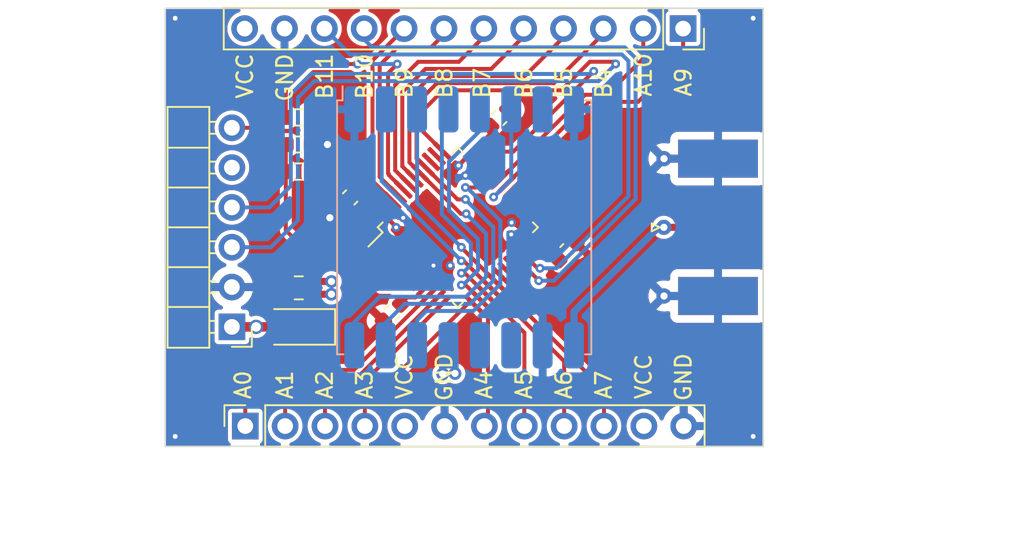
<source format=kicad_pcb>
(kicad_pcb (version 20221018) (generator pcbnew)
  (layers (0 "F.Cu" signal) (1 "In1.Cu" signal) (2 "In2.Cu" signal) (31 "B.Cu" signal) (34 "B.Paste" user) (35 "F.Paste" user) (36 "B.SilkS" user "B.Silkscreen") (37 "F.SilkS" user "F.Silkscreen") (38 "B.Mask" user) (39 "F.Mask" user) (44 "Edge.Cuts" user))
  (net 0 "")
  (net 1 "Net-(J3-In)")
  (net 2 "Net-(U1-BOOT0)")
  (net 7 "/NRST")
  (net 8 "/PA0")
  (net 9 "/PA1")
  (net 10 "/PA2")
  (net 11 "/PA3")
  (net 12 "VCC")
  (net 14 "/SWDIO")
  (net 15 "/SWCLK")
  (net 24 "/DIO1")
  (net 25 "/DIO2")
  (net 30 "/PB6")
  (net 31 "/PB7")
  (net 32 "/PB8")
  (net 33 "/PB9")
  (net 34 "/PB10")
  (net 35 "/PB11")
  (net 37 "/NSS")
  (net 38 "/SCK")
  (net 39 "/MISO")
  (net 40 "/MOSI")
  (net 42 "/RESET")
  (net 44 "/DIO0")
  (net 46 "+3.3V")
  (net 47 "GND")
  (footprint "Connector_PinSocket_2.54mm:PinSocket_1x12_P2.54mm_Vertical" (layer "F.Cu") (at 141.625 110.465 90)
    (fp_text reference "J1" hide)
    (fp_text value "Conn_01x12_Female" hide)
    (fp_line (start -1.33 1.27) (end -1.33 29.27) (stroke (width 0.12)) (layer "F.SilkS"))
    (fp_line (start -1.33 1.27) (end 1.33 1.27) (stroke (width 0.12)) (layer "F.SilkS"))
    (fp_line (start -1.33 29.27) (end 1.33 29.27) (stroke (width 0.12)) (layer "F.SilkS"))
    (fp_line (start 0 -1.33) (end 1.33 -1.33) (stroke (width 0.12)) (layer "F.SilkS"))
    (fp_line (start 1.33 -1.33) (end 1.33 0) (stroke (width 0.12)) (layer "F.SilkS"))
    (fp_line (start 1.33 1.27) (end 1.33 29.27) (stroke (width 0.12)) (layer "F.SilkS"))
    (pad "1" thru_hole rect locked (at 0 0 90) (size 1.7 1.7) (drill 1) (layers "*.Cu" "*.Mask") (net 8 "/PA0"))
    (pad "2" thru_hole oval locked (at 0 2.54 90) (size 1.7 1.7) (drill 1) (layers "*.Cu" "*.Mask") (net 9 "/PA1"))
    (pad "3" thru_hole oval locked (at 0 5.08 90) (size 1.7 1.7) (drill 1) (layers "*.Cu" "*.Mask") (net 10 "/PA2"))
    (pad "4" thru_hole oval locked (at 0 7.62 90) (size 1.7 1.7) (drill 1) (layers "*.Cu" "*.Mask") (net 11 "/PA3"))
    (pad "5" thru_hole oval locked (at 0 10.16 90) (size 1.7 1.7) (drill 1) (layers "*.Cu" "*.Mask") (net 12 "VCC"))
    (pad "6" thru_hole oval locked (at 0 12.7 90) (size 1.7 1.7) (drill 1) (layers "*.Cu" "*.Mask") (net 47 "GND"))
    (pad "7" thru_hole oval locked (at 0 15.24 90) (size 1.7 1.7) (drill 1) (layers "*.Cu" "*.Mask") (net 37 "/NSS"))
    (pad "8" thru_hole oval locked (at 0 17.78 90) (size 1.7 1.7) (drill 1) (layers "*.Cu" "*.Mask") (net 38 "/SCK"))
    (pad "9" thru_hole oval locked (at 0 20.32 90) (size 1.7 1.7) (drill 1) (layers "*.Cu" "*.Mask") (net 39 "/MISO"))
    (pad "10" thru_hole oval locked (at 0 22.86 90) (size 1.7 1.7) (drill 1) (layers "*.Cu" "*.Mask") (net 40 "/MOSI"))
    (pad "11" thru_hole oval locked (at 0 25.4 90) (size 1.7 1.7) (drill 1) (layers "*.Cu" "*.Mask") (net 12 "VCC"))
    (pad "12" thru_hole oval locked (at 0 27.94 90) (size 1.7 1.7) (drill 1) (layers "*.Cu" "*.Mask") (net 47 "GND"))
  )
  (footprint "Package_QFP:LQFP-48_7x7mm_P0.5mm" (layer "F.Cu") (at 155.1686 97.79 45)
    (fp_text reference "U1" hide)
    (fp_text value "STM32L051C8Tx" hide)
    (fp_line (start -3.61 -3.61) (end -3.61 -3.16) (stroke (width 0.12)) (layer "F.SilkS"))
    (fp_line (start -3.61 -3.16) (end -4.9 -3.16) (stroke (width 0.12)) (layer "F.SilkS"))
    (fp_line (start -3.61 3.61) (end -3.61 3.16) (stroke (width 0.12)) (layer "F.SilkS"))
    (fp_line (start -3.16 -3.61) (end -3.61 -3.61) (stroke (width 0.12)) (layer "F.SilkS"))
    (fp_line (start -3.16 3.61) (end -3.61 3.61) (stroke (width 0.12)) (layer "F.SilkS"))
    (fp_line (start 3.16 -3.61) (end 3.61 -3.61) (stroke (width 0.12)) (layer "F.SilkS"))
    (fp_line (start 3.16 3.61) (end 3.61 3.61) (stroke (width 0.12)) (layer "F.SilkS"))
    (fp_line (start 3.61 -3.61) (end 3.61 -3.16) (stroke (width 0.12)) (layer "F.SilkS"))
    (fp_line (start 3.61 3.61) (end 3.61 3.16) (stroke (width 0.12)) (layer "F.SilkS"))
    (pad "1" smd roundrect locked (at -4.1625 -2.75 45) (size 1.475 0.3) (layers "F.Cu" "F.Paste" "F.Mask"))
    (pad "2" smd roundrect locked (at -4.1625 -2.25 45) (size 1.475 0.3) (layers "F.Cu" "F.Paste" "F.Mask"))
    (pad "3" smd roundrect locked (at -4.1625 -1.75 45) (size 1.475 0.3) (layers "F.Cu" "F.Paste" "F.Mask"))
    (pad "4" smd roundrect locked (at -4.1625 -1.25 45) (size 1.475 0.3) (layers "F.Cu" "F.Paste" "F.Mask"))
    (pad "5" smd roundrect locked (at -4.1625 -0.75 45) (size 1.475 0.3) (layers "F.Cu" "F.Paste" "F.Mask"))
    (pad "6" smd roundrect locked (at -4.1625 -0.25 45) (size 1.475 0.3) (layers "F.Cu" "F.Paste" "F.Mask"))
    (pad "7" smd roundrect locked (at -4.1625 0.25 45) (size 1.475 0.3) (layers "F.Cu" "F.Paste" "F.Mask") (net 7 "/NRST"))
    (pad "8" smd roundrect locked (at -4.1625 0.75 45) (size 1.475 0.3) (layers "F.Cu" "F.Paste" "F.Mask") (net 47 "GND"))
    (pad "9" smd roundrect locked (at -4.1625 1.25 45) (size 1.475 0.3) (layers "F.Cu" "F.Paste" "F.Mask") (net 46 "+3.3V"))
    (pad "10" smd roundrect locked (at -4.1625 1.75 45) (size 1.475 0.3) (layers "F.Cu" "F.Paste" "F.Mask") (net 8 "/PA0"))
    (pad "11" smd roundrect locked (at -4.1625 2.25 45) (size 1.475 0.3) (layers "F.Cu" "F.Paste" "F.Mask") (net 9 "/PA1"))
    (pad "12" smd roundrect locked (at -4.1625 2.75 45) (size 1.475 0.3) (layers "F.Cu" "F.Paste" "F.Mask") (net 10 "/PA2"))
    (pad "13" smd roundrect locked (at -2.75 4.1625 45) (size 0.3 1.475) (layers "F.Cu" "F.Paste" "F.Mask") (net 11 "/PA3"))
    (pad "14" smd roundrect locked (at -2.25 4.1625 45) (size 0.3 1.475) (layers "F.Cu" "F.Paste" "F.Mask") (net 37 "/NSS"))
    (pad "15" smd roundrect locked (at -1.75 4.1625 45) (size 0.3 1.475) (layers "F.Cu" "F.Paste" "F.Mask") (net 38 "/SCK"))
    (pad "16" smd roundrect locked (at -1.25 4.1625 45) (size 0.3 1.475) (layers "F.Cu" "F.Paste" "F.Mask") (net 39 "/MISO"))
    (pad "17" smd roundrect locked (at -0.75 4.1625 45) (size 0.3 1.475) (layers "F.Cu" "F.Paste" "F.Mask") (net 40 "/MOSI"))
    (pad "18" smd roundrect locked (at -0.25 4.1625 45) (size 0.3 1.475) (layers "F.Cu" "F.Paste" "F.Mask"))
    (pad "19" smd roundrect locked (at 0.25 4.1625 45) (size 0.3 1.475) (layers "F.Cu" "F.Paste" "F.Mask"))
    (pad "20" smd roundrect locked (at 0.75 4.1625 45) (size 0.3 1.475) (layers "F.Cu" "F.Paste" "F.Mask"))
    (pad "21" smd roundrect locked (at 1.25 4.1625 45) (size 0.3 1.475) (layers "F.Cu" "F.Paste" "F.Mask") (net 34 "/PB10"))
    (pad "22" smd roundrect locked (at 1.75 4.1625 45) (size 0.3 1.475) (layers "F.Cu" "F.Paste" "F.Mask") (net 35 "/PB11"))
    (pad "23" smd roundrect locked (at 2.25 4.1625 45) (size 0.3 1.475) (layers "F.Cu" "F.Paste" "F.Mask") (net 47 "GND"))
    (pad "24" smd roundrect locked (at 2.75 4.1625 45) (size 0.3 1.475) (layers "F.Cu" "F.Paste" "F.Mask") (net 46 "+3.3V"))
    (pad "25" smd roundrect locked (at 4.1625 2.75 45) (size 1.475 0.3) (layers "F.Cu" "F.Paste" "F.Mask"))
    (pad "26" smd roundrect locked (at 4.1625 2.25 45) (size 1.475 0.3) (layers "F.Cu" "F.Paste" "F.Mask"))
    (pad "27" smd roundrect locked (at 4.1625 1.75 45) (size 1.475 0.3) (layers "F.Cu" "F.Paste" "F.Mask"))
    (pad "28" smd roundrect locked (at 4.1625 1.25 45) (size 1.475 0.3) (layers "F.Cu" "F.Paste" "F.Mask"))
    (pad "29" smd roundrect locked (at 4.1625 0.75 45) (size 1.475 0.3) (layers "F.Cu" "F.Paste" "F.Mask"))
    (pad "30" smd roundrect locked (at 4.1625 0.25 45) (size 1.475 0.3) (layers "F.Cu" "F.Paste" "F.Mask") (net 42 "/RESET"))
    (pad "31" smd roundrect locked (at 4.1625 -0.25 45) (size 1.475 0.3) (layers "F.Cu" "F.Paste" "F.Mask") (net 44 "/DIO0"))
    (pad "32" smd roundrect locked (at 4.1625 -0.75 45) (size 1.475 0.3) (layers "F.Cu" "F.Paste" "F.Mask"))
    (pad "33" smd roundrect locked (at 4.1625 -1.25 45) (size 1.475 0.3) (layers "F.Cu" "F.Paste" "F.Mask"))
    (pad "34" smd roundrect locked (at 4.1625 -1.75 45) (size 1.475 0.3) (layers "F.Cu" "F.Paste" "F.Mask") (net 14 "/SWDIO"))
    (pad "35" smd roundrect locked (at 4.1625 -2.25 45) (size 1.475 0.3) (layers "F.Cu" "F.Paste" "F.Mask") (net 47 "GND"))
    (pad "36" smd roundrect locked (at 4.1625 -2.75 45) (size 1.475 0.3) (layers "F.Cu" "F.Paste" "F.Mask") (net 46 "+3.3V"))
    (pad "37" smd roundrect locked (at 2.75 -4.1625 45) (size 0.3 1.475) (layers "F.Cu" "F.Paste" "F.Mask") (net 15 "/SWCLK"))
    (pad "38" smd roundrect locked (at 2.25 -4.1625 45) (size 0.3 1.475) (layers "F.Cu" "F.Paste" "F.Mask"))
    (pad "39" smd roundrect locked (at 1.75 -4.1625 45) (size 0.3 1.475) (layers "F.Cu" "F.Paste" "F.Mask"))
    (pad "40" smd roundrect locked (at 1.25 -4.1625 45) (size 0.3 1.475) (layers "F.Cu" "F.Paste" "F.Mask") (net 24 "/DIO1"))
    (pad "41" smd roundrect locked (at 0.75 -4.1625 45) (size 0.3 1.475) (layers "F.Cu" "F.Paste" "F.Mask") (net 25 "/DIO2"))
    (pad "42" smd roundrect locked (at 0.25 -4.1625 45) (size 0.3 1.475) (layers "F.Cu" "F.Paste" "F.Mask") (net 30 "/PB6"))
    (pad "43" smd roundrect locked (at -0.25 -4.1625 45) (size 0.3 1.475) (layers "F.Cu" "F.Paste" "F.Mask") (net 31 "/PB7"))
    (pad "44" smd roundrect locked (at -0.75 -4.1625 45) (size 0.3 1.475) (layers "F.Cu" "F.Paste" "F.Mask") (net 2 "Net-(U1-BOOT0)"))
    (pad "45" smd roundrect locked (at -1.25 -4.1625 45) (size 0.3 1.475) (layers "F.Cu" "F.Paste" "F.Mask") (net 32 "/PB8"))
    (pad "46" smd roundrect locked (at -1.75 -4.1625 45) (size 0.3 1.475) (layers "F.Cu" "F.Paste" "F.Mask") (net 33 "/PB9"))
    (pad "47" smd roundrect locked (at -2.25 -4.1625 45) (size 0.3 1.475) (layers "F.Cu" "F.Paste" "F.Mask") (net 47 "GND"))
    (pad "48" smd roundrect locked (at -2.75 -4.1625 45) (size 0.3 1.475) (layers "F.Cu" "F.Paste" "F.Mask") (net 46 "+3.3V"))
  )
  (footprint "Resistor_SMD:R_0603_1608Metric" (layer "F.Cu") (at 145.034 94.234 180)
    (fp_text reference "R1" hide)
    (fp_text value "100K" hide)
    (fp_line (start -0.237258 -0.5225) (end 0.237258 -0.5225) (stroke (width 0.12)) (layer "F.SilkS"))
    (fp_line (start -0.237258 0.5225) (end 0.237258 0.5225) (stroke (width 0.12)) (layer "F.SilkS"))
    (pad "1" smd roundrect (at -0.825 0 180) (size 0.8 0.95) (layers "F.Cu" "F.Paste" "F.Mask") (net 46 "+3.3V"))
    (pad "2" smd roundrect (at 0.825 0 180) (size 0.8 0.95) (layers "F.Cu" "F.Paste" "F.Mask") (net 7 "/NRST"))
  )
  (footprint "Capacitor_SMD:C_0603_1608Metric" (layer "F.Cu") (at 150.9776 103.2256 -135)
    (fp_text reference "C2" hide)
    (fp_text value "100nF" hide)
    (fp_line (start -0.14058 -0.51) (end 0.14058 -0.51) (stroke (width 0.12)) (layer "F.SilkS"))
    (fp_line (start -0.14058 0.51) (end 0.14058 0.51) (stroke (width 0.12)) (layer "F.SilkS"))
    (pad "1" smd roundrect locked (at -0.775 0 225) (size 0.9 0.95) (layers "F.Cu" "F.Paste" "F.Mask") (net 46 "+3.3V"))
    (pad "2" smd roundrect locked (at 0.775 0 225) (size 0.9 0.95) (layers "F.Cu" "F.Paste" "F.Mask") (net 47 "GND"))
  )
  (footprint "Capacitor_SMD:C_0603_1608Metric" (layer "F.Cu") (at 148.3106 95.885 -135)
    (fp_text reference "C1" hide)
    (fp_text value "100nF" hide)
    (fp_line (start -0.14058 -0.51) (end 0.14058 -0.51) (stroke (width 0.12)) (layer "F.SilkS"))
    (fp_line (start -0.14058 0.51) (end 0.14058 0.51) (stroke (width 0.12)) (layer "F.SilkS"))
    (pad "1" smd roundrect (at -0.775 0 225) (size 0.9 0.95) (layers "F.Cu" "F.Paste" "F.Mask") (net 46 "+3.3V"))
    (pad "2" smd roundrect (at 0.775 0 225) (size 0.9 0.95) (layers "F.Cu" "F.Paste" "F.Mask") (net 47 "GND"))
  )
  (footprint "Connector_PinSocket_2.54mm:PinSocket_1x12_P2.54mm_Vertical" (layer "F.Cu") (at 169.525 85.115 -90)
    (fp_text reference "J2" hide)
    (fp_text value "Conn_01x12_Female" hide)
    (fp_line (start -1.33 1.27) (end -1.33 29.27) (stroke (width 0.12)) (layer "F.SilkS"))
    (fp_line (start -1.33 1.27) (end 1.33 1.27) (stroke (width 0.12)) (layer "F.SilkS"))
    (fp_line (start -1.33 29.27) (end 1.33 29.27) (stroke (width 0.12)) (layer "F.SilkS"))
    (fp_line (start 0 -1.33) (end 1.33 -1.33) (stroke (width 0.12)) (layer "F.SilkS"))
    (fp_line (start 1.33 -1.33) (end 1.33 0) (stroke (width 0.12)) (layer "F.SilkS"))
    (fp_line (start 1.33 1.27) (end 1.33 29.27) (stroke (width 0.12)) (layer "F.SilkS"))
    (pad "1" thru_hole rect locked (at 0 0 270) (size 1.7 1.7) (drill 1) (layers "*.Cu" "*.Mask") (net 42 "/RESET"))
    (pad "2" thru_hole oval locked (at 0 2.54 270) (size 1.7 1.7) (drill 1) (layers "*.Cu" "*.Mask") (net 44 "/DIO0"))
    (pad "3" thru_hole oval locked (at 0 5.08 270) (size 1.7 1.7) (drill 1) (layers "*.Cu" "*.Mask") (net 24 "/DIO1"))
    (pad "4" thru_hole oval locked (at 0 7.62 270) (size 1.7 1.7) (drill 1) (layers "*.Cu" "*.Mask") (net 25 "/DIO2"))
    (pad "5" thru_hole oval locked (at 0 10.16 270) (size 1.7 1.7) (drill 1) (layers "*.Cu" "*.Mask") (net 30 "/PB6"))
    (pad "6" thru_hole oval locked (at 0 12.7 270) (size 1.7 1.7) (drill 1) (layers "*.Cu" "*.Mask") (net 31 "/PB7"))
    (pad "7" thru_hole oval locked (at 0 15.24 270) (size 1.7 1.7) (drill 1) (layers "*.Cu" "*.Mask") (net 32 "/PB8"))
    (pad "8" thru_hole oval locked (at 0 17.78 270) (size 1.7 1.7) (drill 1) (layers "*.Cu" "*.Mask") (net 33 "/PB9"))
    (pad "9" thru_hole oval locked (at 0 20.32 270) (size 1.7 1.7) (drill 1) (layers "*.Cu" "*.Mask") (net 34 "/PB10"))
    (pad "10" thru_hole oval locked (at 0 22.86 270) (size 1.7 1.7) (drill 1) (layers "*.Cu" "*.Mask") (net 35 "/PB11"))
    (pad "11" thru_hole oval locked (at 0 25.4 270) (size 1.7 1.7) (drill 1) (layers "*.Cu" "*.Mask") (net 47 "GND"))
    (pad "12" thru_hole oval locked (at 0 27.94 270) (size 1.7 1.7) (drill 1) (layers "*.Cu" "*.Mask") (net 12 "VCC"))
  )
  (footprint "Resistor_SMD:R_0603_1608Metric" (layer "F.Cu") (at 145.034 90.7796)
    (fp_text reference "R2" hide)
    (fp_text value "100K" hide)
    (fp_line (start -0.237258 -0.5225) (end 0.237258 -0.5225) (stroke (width 0.12)) (layer "F.SilkS"))
    (fp_line (start -0.237258 0.5225) (end 0.237258 0.5225) (stroke (width 0.12)) (layer "F.SilkS"))
    (pad "1" smd roundrect (at -0.825 0) (size 0.8 0.95) (layers "F.Cu" "F.Paste" "F.Mask") (net 2 "Net-(U1-BOOT0)"))
    (pad "2" smd roundrect (at 0.825 0) (size 0.8 0.95) (layers "F.Cu" "F.Paste" "F.Mask") (net 47 "GND"))
  )
  (footprint "Capacitor_SMD:C_0603_1608Metric" (layer "F.Cu") (at 157.8102 90.805 45)
    (fp_text reference "C4" hide)
    (fp_text value "100nF" hide)
    (fp_line (start -0.14058 -0.51) (end 0.14058 -0.51) (stroke (width 0.12)) (layer "F.SilkS"))
    (fp_line (start -0.14058 0.51) (end 0.14058 0.51) (stroke (width 0.12)) (layer "F.SilkS"))
    (pad "1" smd roundrect (at -0.775 0 45) (size 0.9 0.95) (layers "F.Cu" "F.Paste" "F.Mask") (net 46 "+3.3V"))
    (pad "2" smd roundrect (at 0.775 0 45) (size 0.9 0.95) (layers "F.Cu" "F.Paste" "F.Mask") (net 47 "GND"))
  )
  (footprint "Connector_PinHeader_2.54mm:PinHeader_1x06_P2.54mm_Horizontal" (layer "F.Cu") (at 140.773 104.14 180)
    (fp_text reference "J4" hide)
    (fp_text value "Conn_01x06_Male" hide)
    (fp_line (start -1.27 -1.27) (end 0 -1.27) (stroke (width 0.12)) (layer "F.SilkS"))
    (fp_line (start -1.27 0) (end -1.27 -1.27) (stroke (width 0.12)) (layer "F.SilkS"))
    (fp_line (start 1.042929 2.16) (end 1.44 2.16) (stroke (width 0.12)) (layer "F.SilkS"))
    (fp_line (start 1.042929 2.92) (end 1.44 2.92) (stroke (width 0.12)) (layer "F.SilkS"))
    (fp_line (start 1.042929 4.7) (end 1.44 4.7) (stroke (width 0.12)) (layer "F.SilkS"))
    (fp_line (start 1.042929 5.46) (end 1.44 5.46) (stroke (width 0.12)) (layer "F.SilkS"))
    (fp_line (start 1.042929 7.24) (end 1.44 7.24) (stroke (width 0.12)) (layer "F.SilkS"))
    (fp_line (start 1.042929 8) (end 1.44 8) (stroke (width 0.12)) (layer "F.SilkS"))
    (fp_line (start 1.042929 9.78) (end 1.44 9.78) (stroke (width 0.12)) (layer "F.SilkS"))
    (fp_line (start 1.042929 10.54) (end 1.44 10.54) (stroke (width 0.12)) (layer "F.SilkS"))
    (fp_line (start 1.042929 12.32) (end 1.44 12.32) (stroke (width 0.12)) (layer "F.SilkS"))
    (fp_line (start 1.042929 13.08) (end 1.44 13.08) (stroke (width 0.12)) (layer "F.SilkS"))
    (fp_line (start 1.11 -0.38) (end 1.44 -0.38) (stroke (width 0.12)) (layer "F.SilkS"))
    (fp_line (start 1.11 0.38) (end 1.44 0.38) (stroke (width 0.12)) (layer "F.SilkS"))
    (fp_line (start 1.44 -1.33) (end 1.44 14.03) (stroke (width 0.12)) (layer "F.SilkS"))
    (fp_line (start 1.44 1.27) (end 4.1 1.27) (stroke (width 0.12)) (layer "F.SilkS"))
    (fp_line (start 1.44 3.81) (end 4.1 3.81) (stroke (width 0.12)) (layer "F.SilkS"))
    (fp_line (start 1.44 6.35) (end 4.1 6.35) (stroke (width 0.12)) (layer "F.SilkS"))
    (fp_line (start 1.44 8.89) (end 4.1 8.89) (stroke (width 0.12)) (layer "F.SilkS"))
    (fp_line (start 1.44 11.43) (end 4.1 11.43) (stroke (width 0.12)) (layer "F.SilkS"))
    (fp_line (start 1.44 14.03) (end 4.1 14.03) (stroke (width 0.12)) (layer "F.SilkS"))
    (fp_line (start 4.1 -1.33) (end 1.44 -1.33) (stroke (width 0.12)) (layer "F.SilkS"))
    (fp_line (start 4.1 14.03) (end 4.1 -1.33) (stroke (width 0.12)) (layer "F.SilkS"))
    (pad "1" thru_hole rect locked (at 0 0 180) (size 1.7 1.7) (drill 1) (layers "*.Cu" "*.Mask") (net 12 "VCC"))
    (pad "2" thru_hole oval locked (at 0 2.54 180) (size 1.7 1.7) (drill 1) (layers "*.Cu" "*.Mask") (net 47 "GND"))
    (pad "3" thru_hole oval locked (at 0 5.08 180) (size 1.7 1.7) (drill 1) (layers "*.Cu" "*.Mask") (net 15 "/SWCLK"))
    (pad "4" thru_hole oval locked (at 0 7.62 180) (size 1.7 1.7) (drill 1) (layers "*.Cu" "*.Mask") (net 14 "/SWDIO"))
    (pad "5" thru_hole oval locked (at 0 10.16 180) (size 1.7 1.7) (drill 1) (layers "*.Cu" "*.Mask") (net 12 "VCC"))
    (pad "6" thru_hole oval locked (at 0 12.7 180) (size 1.7 1.7) (drill 1) (layers "*.Cu" "*.Mask") (net 7 "/NRST"))
  )
  (footprint "Capacitor_SMD:C_0805_2012Metric" (layer "F.Cu") (at 145.034 101.6508 180)
    (fp_text reference "C6" hide)
    (fp_text value "10uF" hide)
    (fp_line (start -0.261252 -0.735) (end 0.261252 -0.735) (stroke (width 0.12)) (layer "F.SilkS"))
    (fp_line (start -0.261252 0.735) (end 0.261252 0.735) (stroke (width 0.12)) (layer "F.SilkS"))
    (pad "1" smd roundrect (at -0.95 0 180) (size 1 1.45) (layers "F.Cu" "F.Paste" "F.Mask") (net 46 "+3.3V"))
    (pad "2" smd roundrect (at 0.95 0 180) (size 1 1.45) (layers "F.Cu" "F.Paste" "F.Mask") (net 47 "GND"))
  )
  (footprint "Capacitor_SMD:C_0603_1608Metric" (layer "F.Cu") (at 145.034 92.5068)
    (fp_text reference "C5" hide)
    (fp_text value "100nF" hide)
    (fp_line (start -0.14058 -0.51) (end 0.14058 -0.51) (stroke (width 0.12)) (layer "F.SilkS"))
    (fp_line (start -0.14058 0.51) (end 0.14058 0.51) (stroke (width 0.12)) (layer "F.SilkS"))
    (pad "1" smd roundrect (at -0.775 0) (size 0.9 0.95) (layers "F.Cu" "F.Paste" "F.Mask") (net 7 "/NRST"))
    (pad "2" smd roundrect (at 0.775 0) (size 0.9 0.95) (layers "F.Cu" "F.Paste" "F.Mask") (net 47 "GND"))
  )
  (footprint "Diode_SMD:D_1206_3216Metric" (layer "F.Cu") (at 145.0624 104.14 180)
    (fp_text reference "D1" hide)
    (fp_text value "D" hide)
    (fp_line (start -2.285 -1.135) (end -2.285 1.135) (stroke (width 0.12)) (layer "F.SilkS"))
    (fp_line (start -2.285 1.135) (end 1.6 1.135) (stroke (width 0.12)) (layer "F.SilkS"))
    (fp_line (start 1.6 -1.135) (end -2.285 -1.135) (stroke (width 0.12)) (layer "F.SilkS"))
    (pad "1" smd roundrect (at -1.4 0 180) (size 1.25 1.75) (layers "F.Cu" "F.Paste" "F.Mask") (roundrect_rratio 0.2) (net 46 "+3.3V"))
    (pad "2" smd roundrect (at 1.4 0 180) (size 1.25 1.75) (layers "F.Cu" "F.Paste" "F.Mask") (roundrect_rratio 0.2) (net 12 "VCC"))
  )
  (footprint "Connector_Coaxial:SMA_Molex_73251-1153_EdgeMount_Horizontal" (layer "F.Cu") (at 170.0276 97.79 180)
    (fp_text reference "J3" hide)
    (fp_text value "Conn_Coaxial" hide)
    (fp_line (start 2 0) (end 2.5 -0.25) (stroke (width 0.12)) (layer "F.SilkS"))
    (fp_line (start 2.5 -0.25) (end 2.5 0.25) (stroke (width 0.12)) (layer "F.SilkS"))
    (fp_line (start 2.5 0.25) (end 2 0) (stroke (width 0.12)) (layer "F.SilkS"))
    (pad "1" smd rect locked (at -1.72 0 180) (size 5.08 2.29) (layers "F.Cu" "F.Paste" "F.Mask") (net 1 "Net-(J3-In)"))
    (pad "2" smd rect locked (at -1.72 -4.38 180) (size 5.08 2.42) (layers "F.Cu" "F.Paste" "F.Mask") (net 47 "GND"))
    (pad "2" smd rect locked (at -1.72 -4.38 180) (size 5.08 2.42) (layers "B.Cu" "B.Paste" "B.Mask") (net 47 "GND"))
    (pad "2" smd rect locked (at -1.72 4.38 180) (size 5.08 2.42) (layers "F.Cu" "F.Paste" "F.Mask") (net 47 "GND"))
    (pad "2" smd rect locked (at -1.72 4.38 180) (size 5.08 2.42) (layers "B.Cu" "B.Paste" "B.Mask") (net 47 "GND"))
    (pad "2" smd rect locked (at 1.27 -4.38 180) (size 0.95 0.46) (layers "F.Cu") (net 47 "GND"))
    (pad "2" smd rect locked (at 1.27 -4.38 180) (size 0.95 0.46) (layers "B.Cu") (net 47 "GND"))
    (pad "2" smd rect locked (at 1.27 4.38 180) (size 0.95 0.46) (layers "F.Cu") (net 47 "GND"))
    (pad "2" smd rect locked (at 1.27 4.38 180) (size 0.95 0.46) (layers "B.Cu") (net 47 "GND"))
    (pad "2" thru_hole circle locked (at 1.72 -4.38 180) (size 0.97 0.97) (drill 0.46) (layers "*.Cu") (net 47 "GND"))
    (pad "2" thru_hole circle locked (at 1.72 4.38 180) (size 0.97 0.97) (drill 0.46) (layers "*.Cu") (net 47 "GND"))
  )
  (footprint "Capacitor_SMD:C_0603_1608Metric" (layer "F.Cu") (at 162.1536 99.314 45)
    (fp_text reference "C3" hide)
    (fp_text value "100nF" hide)
    (fp_line (start -0.14058 -0.51) (end 0.14058 -0.51) (stroke (width 0.12)) (layer "F.SilkS"))
    (fp_line (start -0.14058 0.51) (end 0.14058 0.51) (stroke (width 0.12)) (layer "F.SilkS"))
    (pad "1" smd roundrect (at -0.775 0 45) (size 0.9 0.95) (layers "F.Cu" "F.Paste" "F.Mask") (net 46 "+3.3V"))
    (pad "2" smd roundrect (at 0.775 0 45) (size 0.9 0.95) (layers "F.Cu" "F.Paste" "F.Mask") (net 47 "GND"))
  )
  (footprint "RF_Module:HOPERF_RFM9XW_SMD" (layer "B.Cu") (at 155.575 97.79 -90)
    (fp_text reference "U2" hide)
    (fp_text value "RFM95W-868S2" hide)
    (fp_line (start -8.1 -8.1) (end 8.1 -8.1) (stroke (width 0.12)) (layer "B.SilkS"))
    (fp_line (start -8.1 -7.7) (end -8.1 -8.1) (stroke (width 0.12)) (layer "B.SilkS"))
    (fp_line (start -8.1 7.75) (end -9 7.75) (stroke (width 0.12)) (layer "B.SilkS"))
    (fp_line (start -8.1 8.1) (end -8.1 7.75) (stroke (width 0.12)) (layer "B.SilkS"))
    (fp_line (start -8.1 8.1) (end 8.1 8.1) (stroke (width 0.12)) (layer "B.SilkS"))
    (fp_line (start 8.1 -8.1) (end 8.1 -7.7) (stroke (width 0.12)) (layer "B.SilkS"))
    (fp_line (start 8.1 8.1) (end 8.1 7.7) (stroke (width 0.12)) (layer "B.SilkS"))
    (pad "1" smd roundrect locked (at -7.525 7 270) (size 2.95 1.27) (layers "B.Cu" "B.Paste" "B.Mask") (net 47 "GND"))
    (pad "2" smd roundrect locked (at -7.525 5 270) (size 2.95 1.27) (layers "B.Cu" "B.Paste" "B.Mask") (net 39 "/MISO"))
    (pad "3" smd roundrect locked (at -7.525 3 270) (size 2.95 1.27) (layers "B.Cu" "B.Paste" "B.Mask") (net 40 "/MOSI"))
    (pad "4" smd roundrect locked (at -7.525 1 270) (size 2.95 1.27) (layers "B.Cu" "B.Paste" "B.Mask") (net 38 "/SCK"))
    (pad "5" smd roundrect locked (at -7.525 -1 270) (size 2.95 1.27) (layers "B.Cu" "B.Paste" "B.Mask") (net 37 "/NSS"))
    (pad "6" smd roundrect locked (at -7.525 -3 270) (size 2.95 1.27) (layers "B.Cu" "B.Paste" "B.Mask") (net 42 "/RESET"))
    (pad "7" smd roundrect locked (at -7.525 -5 270) (size 2.95 1.27) (layers "B.Cu" "B.Paste" "B.Mask"))
    (pad "8" smd roundrect locked (at -7.525 -7 270) (size 2.95 1.27) (layers "B.Cu" "B.Paste" "B.Mask") (net 47 "GND"))
    (pad "9" smd roundrect locked (at 7.525 -7 270) (size 2.95 1.27) (layers "B.Cu" "B.Paste" "B.Mask") (net 1 "Net-(J3-In)"))
    (pad "10" smd roundrect locked (at 7.525 -5 270) (size 2.95 1.27) (layers "B.Cu" "B.Paste" "B.Mask") (net 47 "GND"))
    (pad "11" smd roundrect locked (at 7.525 -3 270) (size 2.95 1.27) (layers "B.Cu" "B.Paste" "B.Mask"))
    (pad "12" smd roundrect locked (at 7.525 -1 270) (size 2.95 1.27) (layers "B.Cu" "B.Paste" "B.Mask"))
    (pad "13" smd roundrect locked (at 7.525 1 270) (size 2.95 1.27) (layers "B.Cu" "B.Paste" "B.Mask") (net 46 "+3.3V"))
    (pad "14" smd roundrect locked (at 7.525 3 270) (size 2.95 1.27) (layers "B.Cu" "B.Paste" "B.Mask") (net 44 "/DIO0"))
    (pad "15" smd roundrect locked (at 7.525 5 270) (size 2.95 1.27) (layers "B.Cu" "B.Paste" "B.Mask") (net 24 "/DIO1"))
    (pad "16" smd roundrect locked (at 7.525 7 270) (size 2.95 1.27) (layers "B.Cu" "B.Paste" "B.Mask") (net 25 "/DIO2"))
  )
  (gr_rect locked (start 136.525 83.82) (end 174.625 111.76) (stroke (width 0.1)) (fill none) (layer "Edge.Cuts"))
  (gr_text "A2" (at 146.685 108.839 90) (layer "F.SilkS") (effects (font (size 1 1)) (justify left)))
  (gr_text "B11" (at 146.685 86.614 90) (layer "F.SilkS") (effects (font (size 1 1)) (justify right)))
  (gr_text "B5" (at 161.925 89.662 90) (layer "F.SilkS") (effects (font (size 1 1)) (justify left)))
  (gr_text "A10" (at 167.005 89.535 90) (layer "F.SilkS") (effects (font (size 1 1)) (justify left)))
  (gr_text "GND" (at 144.145 86.614 90) (layer "F.SilkS") (effects (font (size 1 1)) (justify right)))
  (gr_text "B9" (at 151.765 89.662 90) (layer "F.SilkS") (effects (font (size 1 1)) (justify left)))
  (gr_text "GND" (at 169.545 108.966 90) (layer "F.SilkS") (effects (font (size 1 1)) (justify left)))
  (gr_text "A5" (at 159.385 108.839 90) (layer "F.SilkS") (effects (font (size 1 1)) (justify left)))
  (gr_text "B6" (at 159.385 89.662 90) (layer "F.SilkS") (effects (font (size 1 1)) (justify left)))
  (gr_text "B10" (at 149.225 86.614 90) (layer "F.SilkS") (effects (font (size 1 1)) (justify right)))
  (gr_text "A3" (at 149.225 108.839 90) (layer "F.SilkS") (effects (font (size 1 1)) (justify left)))
  (gr_text "GND" (at 154.305 108.966 90) (layer "F.SilkS") (effects (font (size 1 1)) (justify left)))
  (gr_text "VCC" (at 167.005 108.839 90) (layer "F.SilkS") (effects (font (size 1 1)) (justify left)))
  (gr_text "A4" (at 156.845 108.839 90) (layer "F.SilkS") (effects (font (size 1 1)) (justify left)))
  (gr_text "B7" (at 156.718 89.662 90) (layer "F.SilkS") (effects (font (size 1 1)) (justify left)))
  (gr_text "A9" (at 169.545 89.535 90) (layer "F.SilkS") (effects (font (size 1 1)) (justify left)))
  (gr_text "VCC" (at 141.605 86.614 90) (layer "F.SilkS") (effects (font (size 1 1)) (justify right)))
  (gr_text "B8" (at 154.305 89.662 90) (layer "F.SilkS") (effects (font (size 1 1)) (justify left)))
  (gr_text "A1" (at 144.145 108.839 90) (layer "F.SilkS") (effects (font (size 1 1)) (justify left)))
  (gr_text "A0" (at 141.478 108.839 90) (layer "F.SilkS") (effects (font (size 1 1)) (justify left)))
  (gr_text "VCC" (at 151.765 108.839 90) (layer "F.SilkS") (effects (font (size 1 1)) (justify left)))
  (gr_text "A7" (at 164.465 108.839 90) (layer "F.SilkS") (effects (font (size 1 1)) (justify left)))
  (gr_text "B4" (at 164.465 89.662 90) (layer "F.SilkS") (effects (font (size 1 1)) (justify left)))
  (gr_text "A6" (at 161.925 108.839 90) (layer "F.SilkS") (effects (font (size 1 1)) (justify left)))
  (segment (start 171.7476 97.79) (end 168.3004 97.79) (width 0.4572) (layer "F.Cu") (net 1))
  (via (at 168.3004 97.79) (size 0.97) (drill 0.46) (layers "F.Cu" "B.Cu") (net 1))
  (segment (start 162.575 103.1598) (end 162.575 105.79) (width 0.4572) (layer "B.Cu") (net 1))
  (segment (start 167.9448 97.79) (end 162.575 103.1598) (width 0.4572) (layer "B.Cu") (net 1))
  (segment (start 168.3004 97.79) (end 167.9448 97.79) (width 0.4572) (layer "B.Cu") (net 1))
  (segment (start 150.723214 87.960586) (end 151.3078 87.376) (width 0.254) (layer "F.Cu") (net 2))
  (segment (start 144.209 88.9122) (end 144.209 90.7796) (width 0.254) (layer "F.Cu") (net 2))
  (segment (start 150.7712 94.388206) (end 150.723214 94.34022) (width 0.254) (layer "F.Cu") (net 2))
  (segment (start 151.694938 95.376998) (end 150.7712 94.45326) (width 0.254) (layer "F.Cu") (net 2))
  (segment (start 150.7712 94.45326) (end 150.7712 94.388206) (width 0.254) (layer "F.Cu") (net 2))
  (segment (start 145.7452 87.376) (end 144.209 88.9122) (width 0.254) (layer "F.Cu") (net 2))
  (segment (start 150.723214 94.34022) (end 150.723214 87.960586) (width 0.254) (layer "F.Cu") (net 2))
  (segment (start 148.7678 87.376) (end 145.7452 87.376) (width 0.254) (layer "F.Cu") (net 2))
  (via (at 151.3078 87.376) (size 0.5588) (drill 0.254) (layers "F.Cu" "B.Cu") (net 2))
  (via (at 148.7678 87.376) (size 0.5588) (drill 0.254) (layers "F.Cu" "B.Cu") (net 2))
  (segment (start 148.7678 87.376) (end 151.3078 87.376) (width 0.254) (layer "B.Cu") (net 2))
  (segment (start 144.209 94.234) (end 144.209 92.5568) (width 0.254) (layer "F.Cu") (net 7))
  (segment (start 144.259 92.5068) (end 143.2052 92.5068) (width 0.254) (layer "F.Cu") (net 7))
  (segment (start 144.209 92.5568) (end 144.259 92.5068) (width 0.254) (layer "F.Cu") (net 7))
  (segment (start 150.2664 101.6508) (end 151.661354 101.6508) (width 0.254) (layer "F.Cu") (net 7))
  (segment (start 143.2052 92.5068) (end 142.1384 91.44) (width 0.254) (layer "F.Cu") (net 7))
  (segment (start 144.209 97.981) (end 145.3388 99.1108) (width 0.254) (layer "F.Cu") (net 7))
  (segment (start 144.209 94.234) (end 144.209 97.981) (width 0.254) (layer "F.Cu") (net 7))
  (segment (start 151.661354 101.6508) (end 152.402045 100.910109) (width 0.254) (layer "F.Cu") (net 7))
  (segment (start 142.1384 91.44) (end 140.773 91.44) (width 0.254) (layer "F.Cu") (net 7))
  (segment (start 147.7264 99.1108) (end 150.2664 101.6508) (width 0.254) (layer "F.Cu") (net 7))
  (segment (start 145.3388 99.1108) (end 147.7264 99.1108) (width 0.254) (layer "F.Cu") (net 7))
  (segment (start 143.9132 106.8864) (end 148.547074 106.8864) (width 0.254) (layer "F.Cu") (net 8))
  (segment (start 148.547074 106.8864) (end 153.462705 101.970769) (width 0.254) (layer "F.Cu") (net 8))
  (segment (start 141.625 109.1746) (end 143.9132 106.8864) (width 0.254) (layer "F.Cu") (net 8))
  (segment (start 141.625 110.465) (end 141.625 109.1746) (width 0.254) (layer "F.Cu") (net 8))
  (segment (start 148.80018 107.3404) (end 153.816258 102.324322) (width 0.254) (layer "F.Cu") (net 9))
  (segment (start 146.05 107.3404) (end 148.80018 107.3404) (width 0.254) (layer "F.Cu") (net 9))
  (segment (start 144.165 109.2254) (end 146.05 107.3404) (width 0.254) (layer "F.Cu") (net 9))
  (segment (start 144.165 110.465) (end 144.165 109.2254) (width 0.254) (layer "F.Cu") (net 9))
  (segment (start 148.082 107.7976) (end 149.050088 107.7976) (width 0.254) (layer "F.Cu") (net 10))
  (segment (start 146.705 109.1746) (end 148.082 107.7976) (width 0.254) (layer "F.Cu") (net 10))
  (segment (start 149.050088 107.7976) (end 154.169812 102.677876) (width 0.254) (layer "F.Cu") (net 10))
  (segment (start 146.705 110.465) (end 146.705 109.1746) (width 0.254) (layer "F.Cu") (net 10))
  (segment (start 155.956 102.5144) (end 156.003912 102.5144) (width 0.254) (layer "F.Cu") (net 11))
  (segment (start 156.003912 102.5144) (end 156.167388 102.677876) (width 0.254) (layer "F.Cu") (net 11))
  (segment (start 149.245 109.2254) (end 155.956 102.5144) (width 0.254) (layer "F.Cu") (net 11))
  (segment (start 149.245 110.465) (end 149.245 109.2254) (width 0.254) (layer "F.Cu") (net 11))
  (segment (start 143.6624 104.14) (end 142.3162 104.14) (width 0.6096) (layer "F.Cu") (net 12))
  (segment (start 142.3162 104.14) (end 140.773 104.14) (width 0.6096) (layer "F.Cu") (net 12))
  (via (at 142.3162 104.14) (size 0.9144) (drill 0.6096) (layers "F.Cu" "B.Cu") (net 12))
  (segment (start 158.701814 92.964) (end 157.519726 92.964) (width 0.254) (layer "F.Cu") (net 14))
  (segment (start 157.519726 92.964) (end 156.874495 93.609231) (width 0.254) (layer "F.Cu") (net 14))
  (segment (start 163.83 87.835814) (end 158.701814 92.964) (width 0.254) (layer "F.Cu") (net 14))
  (via (at 163.83 87.835814) (size 0.5588) (drill 0.254) (layers "F.Cu" "B.Cu") (net 14))
  (segment (start 143.1544 96.52) (end 140.773 96.52) (width 0.254) (layer "B.Cu") (net 14))
  (segment (start 144.526 95.1484) (end 143.1544 96.52) (width 0.254) (layer "B.Cu") (net 14))
  (segment (start 144.526 89.3064) (end 144.526 95.1484) (width 0.254) (layer "B.Cu") (net 14))
  (segment (start 163.83 87.835814) (end 163.656814 88.009) (width 0.254) (layer "B.Cu") (net 14))
  (segment (start 163.656814 88.009) (end 145.8234 88.009) (width 0.254) (layer "B.Cu") (net 14))
  (segment (start 145.8234 88.009) (end 144.526 89.3064) (width 0.254) (layer "B.Cu") (net 14))
  (segment (start 152.993214 90.287986) (end 152.993214 91.725526) (width 0.254) (layer "F.Cu") (net 15))
  (segment (start 165.087314 87.229414) (end 163.57882 87.229414) (width 0.254) (layer "F.Cu") (net 15))
  (segment (start 154.232 89.0492) (end 152.993214 90.287986) (width 0.254) (layer "F.Cu") (net 15))
  (segment (start 163.57882 87.229414) (end 161.759034 89.0492) (width 0.254) (layer "F.Cu") (net 15))
  (segment (start 152.993214 91.725526) (end 154.169812 92.902124) (width 0.254) (layer "F.Cu") (net 15))
  (segment (start 161.759034 89.0492) (end 154.232 89.0492) (width 0.254) (layer "F.Cu") (net 15))
  (segment (start 165.227 87.3691) (end 165.087314 87.229414) (width 0.254) (layer "F.Cu") (net 15))
  (via (at 165.227 87.3691) (size 0.5588) (drill 0.254) (layers "F.Cu" "B.Cu") (net 15))
  (segment (start 165.227 87.376) (end 164.14 88.463) (width 0.254) (layer "B.Cu") (net 15))
  (segment (start 146.0298 88.463) (end 144.98 89.5128) (width 0.254) (layer "B.Cu") (net 15))
  (segment (start 165.227 87.3691) (end 165.227 87.376) (width 0.254) (layer "B.Cu") (net 15))
  (segment (start 143.256 99.06) (end 140.773 99.06) (width 0.254) (layer "B.Cu") (net 15))
  (segment (start 144.98 89.5128) (end 144.98 97.336) (width 0.254) (layer "B.Cu") (net 15))
  (segment (start 164.14 88.463) (end 146.0298 88.463) (width 0.254) (layer "B.Cu") (net 15))
  (segment (start 144.98 97.336) (end 143.256 99.06) (width 0.254) (layer "B.Cu") (net 15))
  (segment (start 161.29 88.5952) (end 153.840748 88.5952) (width 0.254) (layer "F.Cu") (net 24))
  (segment (start 152.539214 93.392848) (end 153.109151 93.962785) (width 0.254) (layer "F.Cu") (net 24))
  (segment (start 155.654564 96.008636) (end 155.155002 96.008636) (width 0.254) (layer "F.Cu") (net 24))
  (segment (start 164.445 85.4402) (end 161.29 88.5952) (width 0.254) (layer "F.Cu") (net 24))
  (segment (start 152.539214 89.896734) (end 152.539214 93.392848) (width 0.254) (layer "F.Cu") (net 24))
  (segment (start 164.445 85.115) (end 164.445 85.4402) (width 0.254) (layer "F.Cu") (net 24))
  (segment (start 153.840748 88.5952) (end 152.539214 89.896734) (width 0.254) (layer "F.Cu") (net 24))
  (segment (start 155.155002 96.008636) (end 153.109151 93.962785) (width 0.254) (layer "F.Cu") (net 24))
  (via (at 155.654564 96.008636) (size 0.5588) (drill 0.254) (layers "F.Cu" "B.Cu") (net 24))
  (segment (start 155.9528 102.67) (end 151.7872 102.67) (width 0.254) (layer "B.Cu") (net 24))
  (segment (start 157.426 97.780072) (end 157.426 101.1968) (width 0.254) (layer "B.Cu") (net 24))
  (segment (start 157.426 101.1968) (end 155.9528 102.67) (width 0.254) (layer "B.Cu") (net 24))
  (segment (start 151.7872 102.67) (end 150.575 103.8822) (width 0.254) (layer "B.Cu") (net 24))
  (segment (start 150.575 103.8822) (end 150.575 105.315) (width 0.254) (layer "B.Cu") (net 24))
  (segment (start 155.654564 96.008636) (end 157.426 97.780072) (width 0.254) (layer "B.Cu") (net 24))
  (segment (start 153.4636 88.1412) (end 152.085214 89.519586) (width 0.254) (layer "F.Cu") (net 25))
  (segment (start 155.702 96.9264) (end 155.36566 96.9264) (width 0.254) (layer "F.Cu") (net 25))
  (segment (start 155.36566 96.9264) (end 152.755598 94.316338) (width 0.254) (layer "F.Cu") (net 25))
  (segment (start 161.905 85.115) (end 161.905 85.6688) (width 0.254) (layer "F.Cu") (net 25))
  (segment (start 159.4326 88.1412) (end 153.4636 88.1412) (width 0.254) (layer "F.Cu") (net 25))
  (segment (start 161.905 85.6688) (end 159.4326 88.1412) (width 0.254) (layer "F.Cu") (net 25))
  (segment (start 152.085214 89.519586) (end 152.085214 93.645954) (width 0.254) (layer "F.Cu") (net 25))
  (segment (start 152.085214 93.645954) (end 152.755598 94.316338) (width 0.254) (layer "F.Cu") (net 25))
  (via (at 155.702 96.9264) (size 0.5588) (drill 0.254) (layers "F.Cu" "B.Cu") (net 25))
  (segment (start 155.702 96.9264) (end 156.972 98.1964) (width 0.254) (layer "B.Cu") (net 25))
  (segment (start 148.575 103.84) (end 148.575 105.315) (width 0.254) (layer "B.Cu") (net 25))
  (segment (start 155.6956 102.216) (end 150.199 102.216) (width 0.254) (layer "B.Cu") (net 25))
  (segment (start 156.972 98.1964) (end 156.972 100.9396) (width 0.254) (layer "B.Cu") (net 25))
  (segment (start 150.199 102.216) (end 148.575 103.84) (width 0.254) (layer "B.Cu") (net 25))
  (segment (start 156.972 100.9396) (end 155.6956 102.216) (width 0.254) (layer "B.Cu") (net 25))
  (segment (start 159.365 85.115) (end 159.365 85.618) (width 0.254) (layer "F.Cu") (net 30))
  (segment (start 159.365 85.618) (end 157.2958 87.6872) (width 0.254) (layer "F.Cu") (net 30))
  (segment (start 157.2958 87.6872) (end 153.1048 87.6872) (width 0.254) (layer "F.Cu") (net 30))
  (segment (start 153.1048 87.6872) (end 151.631214 89.160786) (width 0.254) (layer "F.Cu") (net 30))
  (segment (start 151.631214 89.160786) (end 151.631214 93.89906) (width 0.254) (layer "F.Cu") (net 30))
  (segment (start 151.631214 93.89906) (end 152.402045 94.669891) (width 0.254) (layer "F.Cu") (net 30))
  (segment (start 156.825 85.6434) (end 156.825 85.115) (width 0.254) (layer "F.Cu") (net 31))
  (segment (start 152.6444 87.2332) (end 155.2352 87.2332) (width 0.254) (layer "F.Cu") (net 31))
  (segment (start 151.177214 94.152168) (end 151.177214 88.700386) (width 0.254) (layer "F.Cu") (net 31))
  (segment (start 155.2352 87.2332) (end 156.825 85.6434) (width 0.254) (layer "F.Cu") (net 31))
  (segment (start 151.177214 88.700386) (end 152.6444 87.2332) (width 0.254) (layer "F.Cu") (net 31))
  (segment (start 152.048491 95.023445) (end 151.177214 94.152168) (width 0.254) (layer "F.Cu") (net 31))
  (segment (start 154.285 85.491) (end 153.416 86.36) (width 0.254) (layer "F.Cu") (net 32))
  (segment (start 150.1902 94.579366) (end 151.341385 95.730551) (width 0.254) (layer "F.Cu") (net 32))
  (segment (start 150.1902 87.4522) (end 150.1902 94.579366) (width 0.254) (layer "F.Cu") (net 32))
  (segment (start 154.285 85.115) (end 154.285 85.491) (width 0.254) (layer "F.Cu") (net 32))
  (segment (start 151.2824 86.36) (end 150.1902 87.4522) (width 0.254) (layer "F.Cu") (net 32))
  (segment (start 153.416 86.36) (end 151.2824 86.36) (width 0.254) (layer "F.Cu") (net 32))
  (segment (start 149.733 87.1474) (end 149.733 94.829274) (width 0.254) (layer "F.Cu") (net 33))
  (segment (start 151.745 85.1354) (end 149.733 87.1474) (width 0.254) (layer "F.Cu") (net 33))
  (segment (start 149.733 94.829274) (end 150.987831 96.084105) (width 0.254) (layer "F.Cu") (net 33))
  (segment (start 151.745 85.115) (end 151.745 85.1354) (width 0.254) (layer "F.Cu") (net 33))
  (segment (start 160.3248 101.1936) (end 160.3248 101.178434) (width 0.254) (layer "F.Cu") (net 34))
  (segment (start 160.3248 101.178434) (end 158.995815 99.849449) (width 0.254) (layer "F.Cu") (net 34))
  (via (at 160.3248 101.1936) (size 0.5588) (drill 0.254) (layers "F.Cu" "B.Cu") (net 34))
  (segment (start 166.497 86.995) (end 165.8112 86.3092) (width 0.254) (layer "B.Cu") (net 34))
  (segment (start 149.7076 86.3092) (end 149.205 85.8066) (width 0.254) (layer "B.Cu") (net 34))
  (segment (start 160.3248 101.1936) (end 161.29 101.1936) (width 0.254) (layer "B.Cu") (net 34))
  (segment (start 149.205 85.8066) (end 149.205 85.115) (width 0.254) (layer "B.Cu") (net 34))
  (segment (start 165.8112 86.3092) (end 149.7076 86.3092) (width 0.254) (layer "B.Cu") (net 34))
  (segment (start 161.29 101.1936) (end 166.497 95.9866) (width 0.254) (layer "B.Cu") (net 34))
  (segment (start 166.497 95.9866) (end 166.497 86.995) (width 0.254) (layer "B.Cu") (net 34))
  (segment (start 160.405219 100.401981) (end 160.255455 100.401981) (width 0.254) (layer "F.Cu") (net 35))
  (segment (start 160.255455 100.401981) (end 159.349369 99.495895) (width 0.254) (layer "F.Cu") (net 35))
  (via (at 160.405219 100.401981) (size 0.5588) (drill 0.254) (layers "F.Cu" "B.Cu") (net 35))
  (segment (start 148.3132 86.7632) (end 146.665 85.115) (width 0.254) (layer "B.Cu") (net 35))
  (segment (start 161.439567 100.401981) (end 166.043 95.798548) (width 0.254) (layer "B.Cu") (net 35))
  (segment (start 165.623148 86.7632) (end 148.3132 86.7632) (width 0.254) (layer "B.Cu") (net 35))
  (segment (start 160.405219 100.401981) (end 161.439567 100.401981) (width 0.254) (layer "B.Cu") (net 35))
  (segment (start 166.043 87.183052) (end 165.623148 86.7632) (width 0.254) (layer "B.Cu") (net 35))
  (segment (start 166.043 95.798548) (end 166.043 87.183052) (width 0.254) (layer "B.Cu") (net 35))
  (segment (start 157.090879 102.894259) (end 157.090879 110.239121) (width 0.254) (layer "F.Cu") (net 37))
  (segment (start 157.090879 102.894259) (end 156.520942 102.324322) (width 0.254) (layer "F.Cu") (net 37))
  (segment (start 157.090879 110.239121) (end 156.865 110.465) (width 0.254) (layer "F.Cu") (net 37))
  (segment (start 155.397061 101.47184) (end 155.66846 101.47184) (width 0.254) (layer "F.Cu") (net 37))
  (segment (start 155.66846 101.47184) (end 156.520942 102.324322) (width 0.254) (layer "F.Cu") (net 37))
  (via (at 155.397061 101.47184) (size 0.5588) (drill 0.254) (layers "F.Cu" "B.Cu") (net 37))
  (segment (start 156.575 90.265) (end 156.575 91.6338) (width 0.254) (layer "B.Cu") (net 37))
  (segment (start 156.575 91.6338) (end 154.6066 93.6022) (width 0.254) (layer "B.Cu") (net 37))
  (segment (start 156.4576 98.5456) (end 156.4576 100.511418) (width 0.254) (layer "B.Cu") (net 37))
  (segment (start 155.497178 101.47184) (end 155.397061 101.47184) (width 0.254) (layer "B.Cu") (net 37))
  (segment (start 154.6066 93.6022) (end 154.6066 96.6946) (width 0.254) (layer "B.Cu") (net 37))
  (segment (start 156.4576 100.511418) (end 155.497178 101.47184) (width 0.254) (layer "B.Cu") (net 37))
  (segment (start 154.6066 96.6946) (end 156.4576 98.5456) (width 0.254) (layer "B.Cu") (net 37))
  (segment (start 157.656662 102.794938) (end 157.656662 102.752936) (width 0.254) (layer "F.Cu") (net 38))
  (segment (start 159.4104 104.506674) (end 159.4104 109.3216) (width 0.254) (layer "F.Cu") (net 38))
  (segment (start 157.656662 102.752936) (end 156.874495 101.970769) (width 0.254) (layer "F.Cu") (net 38))
  (segment (start 155.3979 100.713538) (end 155.617264 100.713538) (width 0.254) (layer "F.Cu") (net 38))
  (segment (start 157.656662 102.794938) (end 157.698664 102.794938) (width 0.254) (layer "F.Cu") (net 38))
  (segment (start 159.405 109.327) (end 159.405 110.465) (width 0.254) (layer "F.Cu") (net 38))
  (segment (start 155.617264 100.713538) (end 156.874495 101.970769) (width 0.254) (layer "F.Cu") (net 38))
  (segment (start 159.4104 109.3216) (end 159.405 109.327) (width 0.254) (layer "F.Cu") (net 38))
  (segment (start 157.698664 102.794938) (end 159.4104 104.506674) (width 0.254) (layer "F.Cu") (net 38))
  (via (at 155.3979 100.713538) (size 0.5588) (drill 0.254) (layers "F.Cu" "B.Cu") (net 38))
  (segment (start 156.0036 98.80882) (end 154.1526 96.95782) (width 0.254) (layer "B.Cu") (net 38))
  (segment (start 154.1526 96.95782) (end 154.1526 90.6874) (width 0.254) (layer "B.Cu") (net 38))
  (segment (start 156.0036 100.17478) (end 156.0036 98.80882) (width 0.254) (layer "B.Cu") (net 38))
  (segment (start 155.3979 100.713538) (end 155.464842 100.713538) (width 0.254) (layer "B.Cu") (net 38))
  (segment (start 154.1526 90.6874) (end 154.575 90.265) (width 0.254) (layer "B.Cu") (net 38))
  (segment (start 155.464842 100.713538) (end 156.0036 100.17478) (width 0.254) (layer "B.Cu") (net 38))
  (segment (start 157.228049 101.617215) (end 161.945 106.334166) (width 0.254) (layer "F.Cu") (net 39))
  (segment (start 155.390934 99.929866) (end 155.5407 99.929866) (width 0.254) (layer "F.Cu") (net 39))
  (segment (start 155.5407 99.929866) (end 157.228049 101.617215) (width 0.254) (layer "F.Cu") (net 39))
  (segment (start 161.945 106.334166) (end 161.945 110.465) (width 0.254) (layer "F.Cu") (net 39))
  (via (at 155.390934 99.929866) (size 0.5588) (drill 0.254) (layers "F.Cu" "B.Cu") (net 39))
  (segment (start 155.390934 99.929866) (end 155.390934 99.917334) (width 0.254) (layer "B.Cu") (net 39))
  (segment (start 155.390934 99.917334) (end 150.3172 94.8436) (width 0.254) (layer "B.Cu") (net 39))
  (segment (start 150.3172 94.8436) (end 150.3172 90.5228) (width 0.254) (layer "B.Cu") (net 39))
  (segment (start 150.3172 90.5228) (end 150.575 90.265) (width 0.254) (layer "B.Cu") (net 39))
  (segment (start 157.581602 101.263662) (end 164.485 108.16706) (width 0.254) (layer "F.Cu") (net 40))
  (segment (start 155.3972 99.06) (end 155.3972 99.07926) (width 0.254) (layer "F.Cu") (net 40))
  (segment (start 155.3972 99.07926) (end 157.581602 101.263662) (width 0.254) (layer "F.Cu") (net 40))
  (segment (start 164.485 110.465) (end 164.485 108.16706) (width 0.254) (layer "F.Cu") (net 40))
  (via (at 155.3972 99.06) (size 0.5588) (drill 0.254) (layers "F.Cu" "B.Cu") (net 40))
  (segment (start 152.575 96.2378) (end 152.575 90.265) (width 0.254) (layer "B.Cu") (net 40))
  (segment (start 155.3972 99.06) (end 152.575 96.2378) (width 0.254) (layer "B.Cu") (net 40))
  (segment (start 163.523154 89.789) (end 166.6494 89.789) (width 0.254) (layer "F.Cu") (net 42))
  (segment (start 169.525 86.9134) (end 169.525 85.115) (width 0.254) (layer "F.Cu") (net 42))
  (segment (start 158.288709 95.023445) (end 157.452554 95.8596) (width 0.254) (layer "F.Cu") (net 42))
  (segment (start 158.288709 95.023445) (end 163.523154 89.789) (width 0.254) (layer "F.Cu") (net 42))
  (segment (start 166.6494 89.789) (end 169.525 86.9134) (width 0.254) (layer "F.Cu") (net 42))
  (via (at 157.452554 95.8596) (size 0.5588) (drill 0.254) (layers "F.Cu" "B.Cu") (net 42))
  (segment (start 158.575 90.265) (end 158.575 94.737154) (width 0.254) (layer "B.Cu") (net 42))
  (segment (start 158.575 94.737154) (end 157.452554 95.8596) (width 0.254) (layer "B.Cu") (net 42))
  (segment (start 157.355046 95.25) (end 157.935155 94.669891) (width 0.254) (layer "F.Cu") (net 44))
  (segment (start 164.665 89.335) (end 163.270046 89.335) (width 0.254) (layer "F.Cu") (net 44))
  (segment (start 163.270046 89.335) (end 157.935155 94.669891) (width 0.254) (layer "F.Cu") (net 44))
  (segment (start 155.650682 95.250343) (end 155.651025 95.25) (width 0.254) (layer "F.Cu") (net 44))
  (segment (start 155.651025 95.25) (end 157.355046 95.25) (width 0.254) (layer "F.Cu") (net 44))
  (segment (start 166.985 87.015) (end 164.665 89.335) (width 0.254) (layer "F.Cu") (net 44))
  (segment (start 166.985 85.115) (end 166.985 87.015) (width 0.254) (layer "F.Cu") (net 44))
  (via (at 155.650682 95.250343) (size 0.5588) (drill 0.254) (layers "F.Cu" "B.Cu") (net 44))
  (segment (start 155.650682 95.250343) (end 155.753143 95.250343) (width 0.254) (layer "B.Cu") (net 44))
  (segment (start 152.575 103.711) (end 152.575 105.315) (width 0.254) (layer "B.Cu") (net 44))
  (segment (start 155.753143 95.250343) (end 157.88 97.3772) (width 0.254) (layer "B.Cu") (net 44))
  (segment (start 153.162 103.124) (end 152.575 103.711) (width 0.254) (layer "B.Cu") (net 44))
  (segment (start 157.88 97.3772) (end 157.88 101.4032) (width 0.254) (layer "B.Cu") (net 44))
  (segment (start 156.1592 103.124) (end 153.162 103.124) (width 0.254) (layer "B.Cu") (net 44))
  (segment (start 157.88 101.4032) (end 156.1592 103.124) (width 0.254) (layer "B.Cu") (net 44))
  (segment (start 152.465966 102.2604) (end 153.109151 101.617215) (width 0.254) (layer "F.Cu") (net 46))
  (segment (start 158.752888 97.4852) (end 160.056476 98.788788) (width 0.254) (layer "F.Cu") (net 46))
  (segment (start 154.686 100.2284) (end 154.497966 100.2284) (width 0.254) (layer "F.Cu") (net 46))
  (segment (start 147.1168 102.0572) (end 146.3904 102.0572) (width 0.4572) (layer "F.Cu") (net 46))
  (segment (start 147.1168 101.2444) (end 146.3904 101.2444) (width 0.4572) (layer "F.Cu") (net 46))
  (segment (start 151.239637 97.795063) (end 151.239637 97.750125) (width 0.254) (layer "F.Cu") (net 46))
  (segment (start 157.262192 91.80732) (end 156.167388 92.902124) (width 0.254) (layer "F.Cu") (net 46))
  (segment (start 146.3904 101.2444) (end 145.984 101.6508) (width 0.4572) (layer "F.Cu") (net 46))
  (segment (start 155.216036 93.849636) (end 155.219876 93.849636) (width 0.254) (layer "F.Cu") (net 46))
  (segment (start 157.262192 91.353008) (end 157.262192 91.80732) (width 0.254) (layer "F.Cu") (net 46))
  (segment (start 151.9428 102.2604) (end 152.465966 102.2604) (width 0.254) (layer "F.Cu") (net 46))
  (segment (start 151.239637 97.750125) (end 150.280724 96.791212) (width 0.254) (layer "F.Cu") (net 46))
  (segment (start 145.984 102.55) (end 146.4624 103.0284) (width 0.4572) (layer "F.Cu") (net 46))
  (segment (start 154.497966 100.2284) (end 153.109151 101.617215) (width 0.254) (layer "F.Cu") (net 46))
  (segment (start 145.984 101.6508) (end 145.984 102.55) (width 0.4572) (layer "F.Cu") (net 46))
  (segment (start 148.858608 95.336992) (end 148.858608 95.372488) (width 0.3048) (layer "F.Cu") (net 46))
  (segment (start 145.859 94.234) (end 147.755616 94.234) (width 0.254) (layer "F.Cu") (net 46))
  (segment (start 146.4624 103.0284) (end 146.4624 104.14) (width 0.4572) (layer "F.Cu") (net 46))
  (segment (start 146.3904 102.0572) (end 145.984 101.6508) (width 0.4572) (layer "F.Cu") (net 46))
  (segment (start 155.219876 93.849636) (end 156.167388 92.902124) (width 0.254) (layer "F.Cu") (net 46))
  (segment (start 151.525608 102.677592) (end 151.9428 102.2604) (width 0.254) (layer "F.Cu") (net 46))
  (segment (start 161.605592 99.862008) (end 161.129696 99.862008) (width 0.254) (layer "F.Cu") (net 46))
  (segment (start 161.129696 99.862008) (end 160.056476 98.788788) (width 0.254) (layer "F.Cu") (net 46))
  (segment (start 147.755616 94.234) (end 148.858608 95.336992) (width 0.254) (layer "F.Cu") (net 46))
  (segment (start 148.858608 95.372488) (end 150.279028 96.792908) (width 0.3048) (layer "F.Cu") (net 46))
  (segment (start 158.5976 97.4852) (end 158.752888 97.4852) (width 0.254) (layer "F.Cu") (net 46))
  (via (at 154.9908 107.1118) (size 0.8128) (drill 0.4572) (layers "F.Cu" "B.Cu") (net 46))
  (via (at 158.5976 97.4852) (size 0.5588) (drill 0.254) (layers "F.Cu" "B.Cu") (net 46))
  (via (at 154.686 100.2284) (size 0.5588) (drill 0.254) (layers "F.Cu" "B.Cu") (net 46))
  (via (at 155.216036 93.849636) (size 0.5588) (drill 0.254) (layers "F.Cu" "B.Cu") (net 46))
  (via (at 151.239637 97.795063) (size 0.5588) (drill 0.254) (layers "F.Cu" "B.Cu") (net 46))
  (via (at 147.1168 101.2444) (size 0.8128) (drill 0.4572) (layers "F.Cu" "B.Cu") (net 46))
  (via (at 154.2034 107.1409) (size 0.8128) (drill 0.4572) (layers "F.Cu" "B.Cu") (net 46))
  (via (at 147.1168 102.0572) (size 0.8128) (drill 0.4572) (layers "F.Cu" "B.Cu") (net 46))
  (segment (start 154.2034 105.6866) (end 154.575 105.315) (width 0.4572) (layer "B.Cu") (net 46))
  (segment (start 154.2034 107.1409) (end 154.2034 105.6866) (width 0.4572) (layer "B.Cu") (net 46))
  (segment (start 154.9908 105.7308) (end 154.575 105.315) (width 0.4572) (layer "B.Cu") (net 46))
  (segment (start 154.9908 107.1118) (end 154.9908 105.7308) (width 0.4572) (layer "B.Cu") (net 46))
  (segment (start 153.6192 100.2284) (end 153.6192 100.40006) (width 0.254) (layer "F.Cu") (net 47))
  (segment (start 155.869243 94.269957) (end 155.869243 93.907377) (width 0.254) (layer "F.Cu") (net 47))
  (segment (start 158.931616 90.8304) (end 158.358208 90.256992) (width 0.254) (layer "F.Cu") (net 47))
  (segment (start 156.520942 93.255678) (end 158.931616 90.845004) (width 0.254) (layer "F.Cu") (net 47))
  (segment (start 158.931616 90.845004) (end 158.931616 90.8304) (width 0.254) (layer "F.Cu") (net 47))
  (segment (start 155.6512 94.488) (end 155.869243 94.269957) (width 0.254) (layer "F.Cu") (net 47))
  (segment (start 151.6888 97.1841) (end 151.38072 97.1841) (width 0.254) (layer "F.Cu") (net 47))
  (segment (start 151.38072 97.1841) (end 150.634278 96.437658) (width 0.254) (layer "F.Cu") (net 47))
  (segment (start 155.869243 93.907377) (end 156.520942 93.255678) (width 0.254) (layer "F.Cu") (net 47))
  (segment (start 153.6192 100.40006) (end 152.755598 101.263662) (width 0.254) (layer "F.Cu") (net 47))
  (segment (start 158.803736 98.243156) (end 159.702922 99.142342) (width 0.254) (layer "F.Cu") (net 47))
  (segment (start 145.809 92.5068) (end 146.8628 92.5068) (width 0.4572) (layer "F.Cu") (net 47))
  (segment (start 158.574681 98.243156) (end 158.803736 98.243156) (width 0.254) (layer "F.Cu") (net 47))
  (via (at 137.16 111.125) (size 0.6096) (drill 0.3048) (layers "F.Cu" "B.Cu") (net 47))
  (via (at 158.574681 98.243156) (size 0.5588) (drill 0.254) (layers "F.Cu" "B.Cu") (net 47))
  (via (at 151.6888 97.1841) (size 0.5588) (drill 0.254) (layers "F.Cu" "B.Cu") (net 47))
  (via (at 155.6512 94.488) (size 0.5588) (drill 0.254) (layers "F.Cu" "B.Cu") (net 47))
  (via (at 137.16 84.455) (size 0.6096) (drill 0.3048) (layers "F.Cu" "B.Cu") (net 47))
  (via (at 173.99 111.125) (size 0.6096) (drill 0.3048) (layers "F.Cu" "B.Cu") (net 47))
  (via (at 173.99 84.455) (size 0.6096) (drill 0.3048) (layers "F.Cu" "B.Cu") (net 47))
  (via (at 147.0152 97.1804) (size 0.8128) (drill 0.4572) (layers "F.Cu" "B.Cu") (net 47))
  (via (at 153.6192 100.2284) (size 0.5588) (drill 0.254) (layers "F.Cu" "B.Cu") (net 47))
  (via (at 146.8628 92.5068) (size 0.8128) (drill 0.4572) (layers "F.Cu" "B.Cu") (net 47))
  (zone (net 46) (net_name "+3.3V") (layer "F.Cu") (priority 1) (connect_pads (clearance 0.254)) (min_thickness 0.254) (fill yes (thermal_gap 0.508) (thermal_bridge_width 0.508) (island_removal_mode 2) (island_area_min 0.64516))
    (polygon (pts (xy 150.114 97.79) (xy 155.194 92.8116) (xy 160.2232 97.79) (xy 155.1432 102.8192)))
  )
  (zone (net 47) (net_name "GND") (layers "F.Cu" "In2.Cu" "B.Cu") (connect_pads (clearance 0.254)) (min_thickness 0.254) (fill yes (thermal_gap 0.508) (thermal_bridge_width 0.508))
    (polygon (pts (xy 136.525 83.82) (xy 174.625 83.82) (xy 174.625 111.76) (xy 136.525 111.76)))
  )
)
</source>
